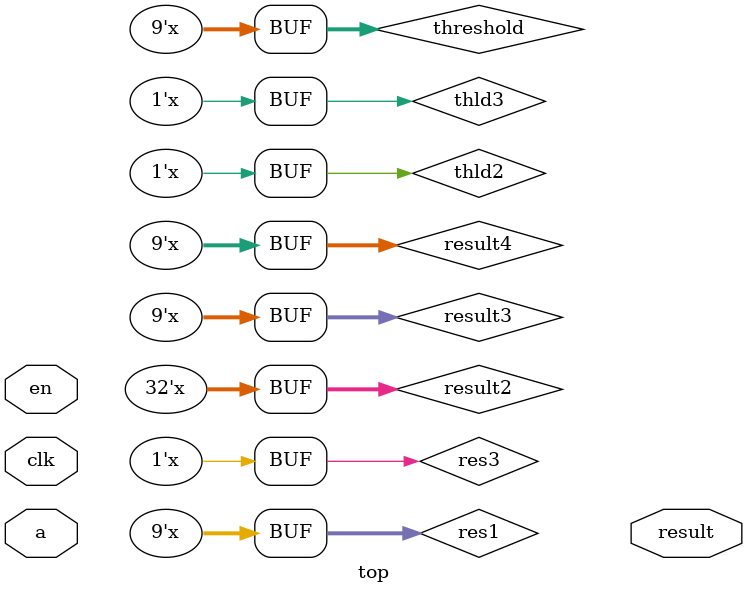
<source format=v>
`timescale 1ns / 1ps

module top
#(
	parameter s0 = 4'b0000, s1 = 4'b0001, s2 = 4'b0010, s3 = 4'b0011, s4 = 4'b0100,
    parameter s5 = 4'b0101, s6 = 4'b0110, s7 = 4'b0111, s8 = 4'b1000, s9 = 4'b1001,
    parameter s10 = 4'b1010, s11 = 4'b1011, s12 = 4'b1100, s13 = 4'b1101, s14 = 4'b1110,
	
	q = 64'd2014687024, //q = 31'b1111000000101011010111100110000
	mask = 8'd255,
	zero = 1'd0,
	one = 1'd1
)
( input clk,
  input en,
  input [64:0] a,
  output reg [3:0] result
);
    
    reg flag = 1;
    reg [3:0] present_state, next_state;
    wire clk_1s;
    
    reg [64:0] result1;
    reg [31:0] result2;
    reg [8:0]  result3;
    reg [8:0]  result4;
    reg [31:0] remainder;
    reg [8:0] thld1;
    reg thld2;
    reg thld3; 
    reg [8:0] threshold;
    reg [8:0] res1;
    reg [8:0] res2;
    reg res3;
    reg [8:0] res4;  
    
    reg [8:0] data[0:783];
    
    initial begin
        data[0] = 8'd0;
        data[1] = 8'd0;
        data[2] = 8'd0;
        data[3] = 8'd0;
        data[4] = 8'd0;
        data[5] = 8'd0;
        data[6] = 8'd0;
        data[7] = 8'd0;
        data[8] = 8'd0;
        data[9] = 8'd0;
        data[10] = 8'd0;
        data[11] = 8'd0;
        data[12] = 8'd0;
        data[13] = 8'd0;
        data[14] = 8'd0;
        data[15] = 8'd0;
        data[16] = 8'd0;
        data[17] = 8'd0;
        data[18] = 8'd0;
        data[19] = 8'd0;
        data[20] = 8'd0;
        data[21] = 8'd0;
        data[22] = 8'd0;
        data[23] = 8'd0;
        data[24] = 8'd0;
        data[25] = 8'd0;
        data[26] = 8'd0;
        data[27] = 8'd0;
        data[28] = 8'd0;
        data[29] = 8'd0;
        data[30] = 8'd0;
        data[31] = 8'd0;
        data[32] = 8'd0;
        data[33] = 8'd0;
        data[34] = 8'd0;
        data[35] = 8'd0;
        data[36] = 8'd0;
        data[37] = 8'd0;
        data[38] = 8'd0;
        data[39] = 8'd0;
        data[40] = 8'd0;
        data[41] = 8'd0;
        data[42] = 8'd0;
        data[43] = 8'd0;
        data[44] = 8'd0;
        data[45] = 8'd0;
        data[46] = 8'd0;
        data[47] = 8'd0;
        data[48] = 8'd0;
        data[49] = 8'd0;
        data[50] = 8'd0;
        data[51] = 8'd0;
        data[52] = 8'd0;
        data[53] = 8'd0;
        data[54] = 8'd0;
        data[55] = 8'd0;
        data[56] = 8'd0;
        data[57] = 8'd0;
        data[58] = 8'd0;
        data[59] = 8'd0;
        data[60] = 8'd0;
        data[61] = 8'd0;
        data[62] = 8'd0;
        data[63] = 8'd0;
        data[64] = 8'd0;
        data[65] = 8'd0;
        data[66] = 8'd0;
        data[67] = 8'd0;
        data[68] = 8'd0;
        data[69] = 8'd0;
        data[70] = 8'd0;
        data[71] = 8'd0;
        data[72] = 8'd0;
        data[73] = 8'd0;
        data[74] = 8'd0;
        data[75] = 8'd0;
        data[76] = 8'd0;
        data[77] = 8'd0;
        data[78] = 8'd0;
        data[79] = 8'd0;
        data[80] = 8'd0;
        data[81] = 8'd0;
        data[82] = 8'd0;
        data[83] = 8'd0;
        data[84] = 8'd0;
        data[85] = 8'd0;
        data[86] = 8'd0;
        data[87] = 8'd0;
        data[88] = 8'd0;
        data[89] = 8'd0;
        data[90] = 8'd0;
        data[91] = 8'd0;
        data[92] = 8'd0;
        data[93] = 8'd0;
        data[94] = 8'd0;
        data[95] = 8'd0;
        data[96] = 8'd0;
        data[97] = 8'd0;
        data[98] = 8'd0;
        data[99] = 8'd0;
        data[100] = 8'd0;
        data[101] = 8'd0;
        data[102] = 8'd0;
        data[103] = 8'd0;
        data[104] = 8'd0;
        data[105] = 8'd0;
        data[106] = 8'd0;
        data[107] = 8'd0;
        data[108] = 8'd0;
        data[109] = 8'd0;
        data[110] = 8'd0;
        data[111] = 8'd0;
        data[112] = 8'd0;
        data[113] = 8'd0;
        data[114] = 8'd0;
        data[115] = 8'd0;
        data[116] = 8'd0;
        data[117] = 8'd0;
        data[118] = 8'd0;
        data[119] = 8'd0;
        data[120] = 8'd0;
        data[121] = 8'd0;
        data[122] = 8'd0;
        data[123] = 8'd0;
        data[124] = 8'd0;
        data[125] = 8'd0;
        data[126] = 8'd0;
        data[127] = 8'd0;
        data[128] = 8'd0;
        data[129] = 8'd0;
        data[130] = 8'd0;
        data[131] = 8'd0;
        data[132] = 8'd0;
        data[133] = 8'd0;
        data[134] = 8'd0;
        data[135] = 8'd0;
        data[136] = 8'd0;
        data[137] = 8'd0;
        data[138] = 8'd0;
        data[139] = 8'd0;
        data[140] = 8'd0;
        data[141] = 8'd0;
        data[142] = 8'd0;
        data[143] = 8'd0;
        data[144] = 8'd0;
        data[145] = 8'd0;
        data[146] = 8'd0;
        data[147] = 8'd0;
        data[148] = 8'd0;
        data[149] = 8'd0;
        data[150] = 8'd0;
        data[151] = 8'd0;
        data[152] = 8'd3;
        data[153] = 8'd18;
        data[154] = 8'd18;
        data[155] = 8'd18;
        data[156] = 8'd126;
        data[157] = 8'd136;
        data[158] = 8'd175;
        data[159] = 8'd26;
        data[160] = 8'd166;
        data[161] = 8'd255;
        data[162] = 8'd247;
        data[163] = 8'd127;
        data[164] = 8'd0;
        data[165] = 8'd0;
        data[166] = 8'd0;
        data[167] = 8'd0;
        data[168] = 8'd0;
        data[169] = 8'd0;
        data[170] = 8'd0;
        data[171] = 8'd0;
        data[172] = 8'd0;
        data[173] = 8'd0;
        data[174] = 8'd0;
        data[175] = 8'd0;
        data[176] = 8'd30;
        data[177] = 8'd36;
        data[178] = 8'd94;
        data[179] = 8'd154;
        data[180] = 8'd170;
        data[181] = 8'd253;
        data[182] = 8'd253;
        data[183] = 8'd253;
        data[184] = 8'd253;
        data[185] = 8'd253;
        data[186] = 8'd225;
        data[187] = 8'd172;
        data[188] = 8'd253;
        data[189] = 8'd242;
        data[190] = 8'd195;
        data[191] = 8'd64;
        data[192] = 8'd0;
        data[193] = 8'd0;
        data[194] = 8'd0;
        data[195] = 8'd0;
        data[196] = 8'd0;
        data[197] = 8'd0;
        data[198] = 8'd0;
        data[199] = 8'd0;
        data[200] = 8'd0;
        data[201] = 8'd0;
        data[202] = 8'd0;
        data[203] = 8'd49;
        data[204] = 8'd238;
        data[205] = 8'd253;
        data[206] = 8'd253;
        data[207] = 8'd253;
        data[208] = 8'd253;
        data[209] = 8'd253;
        data[210] = 8'd253;
        data[211] = 8'd253;
        data[212] = 8'd253;
        data[213] = 8'd251;
        data[214] = 8'd93;
        data[215] = 8'd82;
        data[216] = 8'd82;
        data[217] = 8'd56;
        data[218] = 8'd39;
        data[219] = 8'd0;
        data[220] = 8'd0;
        data[221] = 8'd0;
        data[222] = 8'd0;
        data[223] = 8'd0;
        data[224] = 8'd0;
        data[225] = 8'd0;
        data[226] = 8'd0;
        data[227] = 8'd0;
        data[228] = 8'd0;
        data[229] = 8'd0;
        data[230] = 8'd0;
        data[231] = 8'd18;
        data[232] = 8'd219;
        data[233] = 8'd253;
        data[234] = 8'd253;
        data[235] = 8'd253;
        data[236] = 8'd253;
        data[237] = 8'd253;
        data[238] = 8'd198;
        data[239] = 8'd182;
        data[240] = 8'd247;
        data[241] = 8'd241;
        data[242] = 8'd0;
        data[243] = 8'd0;
        data[244] = 8'd0;
        data[245] = 8'd0;
        data[246] = 8'd0;
        data[247] = 8'd0;
        data[248] = 8'd0;
        data[249] = 8'd0;
        data[250] = 8'd0;
        data[251] = 8'd0;
        data[252] = 8'd0;
        data[253] = 8'd0;
        data[254] = 8'd0;
        data[255] = 8'd0;
        data[256] = 8'd0;
        data[257] = 8'd0;
        data[258] = 8'd0;
        data[259] = 8'd0;
        data[260] = 8'd80;
        data[261] = 8'd156;
        data[262] = 8'd107;
        data[263] = 8'd253;
        data[264] = 8'd253;
        data[265] = 8'd205;
        data[266] = 8'd11;
        data[267] = 8'd0;
        data[268] = 8'd43;
        data[269] = 8'd154;
        data[270] = 8'd0;
        data[271] = 8'd0;
        data[272] = 8'd0;
        data[273] = 8'd0;
        data[274] = 8'd0;
        data[275] = 8'd0;
        data[276] = 8'd0;
        data[277] = 8'd0;
        data[278] = 8'd0;
        data[279] = 8'd0;
        data[280] = 8'd0;
        data[281] = 8'd0;
        data[282] = 8'd0;
        data[283] = 8'd0;
        data[284] = 8'd0;
        data[285] = 8'd0;
        data[286] = 8'd0;
        data[287] = 8'd0;
        data[288] = 8'd0;
        data[289] = 8'd14;
        data[290] = 8'd1;
        data[291] = 8'd154;
        data[292] = 8'd253;
        data[293] = 8'd90;
        data[294] = 8'd0;
        data[295] = 8'd0;
        data[296] = 8'd0;
        data[297] = 8'd0;
        data[298] = 8'd0;
        data[299] = 8'd0;
        data[300] = 8'd0;
        data[301] = 8'd0;
        data[302] = 8'd0;
        data[303] = 8'd0;
        data[304] = 8'd0;
        data[305] = 8'd0;
        data[306] = 8'd0;
        data[307] = 8'd0;
        data[308] = 8'd0;
        data[309] = 8'd0;
        data[310] = 8'd0;
        data[311] = 8'd0;
        data[312] = 8'd0;
        data[313] = 8'd0;
        data[314] = 8'd0;
        data[315] = 8'd0;
        data[316] = 8'd0;
        data[317] = 8'd0;
        data[318] = 8'd0;
        data[319] = 8'd139;
        data[320] = 8'd253;
        data[321] = 8'd190;
        data[322] = 8'd2;
        data[323] = 8'd0;
        data[324] = 8'd0;
        data[325] = 8'd0;
        data[326] = 8'd0;
        data[327] = 8'd0;
        data[328] = 8'd0;
        data[329] = 8'd0;
        data[330] = 8'd0;
        data[331] = 8'd0;
        data[332] = 8'd0;
        data[333] = 8'd0;
        data[334] = 8'd0;
        data[335] = 8'd0;
        data[336] = 8'd0;
        data[337] = 8'd0;
        data[338] = 8'd0;
        data[339] = 8'd0;
        data[340] = 8'd0;
        data[341] = 8'd0;
        data[342] = 8'd0;
        data[343] = 8'd0;
        data[344] = 8'd0;
        data[345] = 8'd0;
        data[346] = 8'd0;
        data[347] = 8'd11;
        data[348] = 8'd190;
        data[349] = 8'd253;
        data[350] = 8'd70;
        data[351] = 8'd0;
        data[352] = 8'd0;
        data[353] = 8'd0;
        data[354] = 8'd0;
        data[355] = 8'd0;
        data[356] = 8'd0;
        data[357] = 8'd0;
        data[358] = 8'd0;
        data[359] = 8'd0;
        data[360] = 8'd0;
        data[361] = 8'd0;
        data[362] = 8'd0;
        data[363] = 8'd0;
        data[364] = 8'd0;
        data[365] = 8'd0;
        data[366] = 8'd0;
        data[367] = 8'd0;
        data[368] = 8'd0;
        data[369] = 8'd0;
        data[370] = 8'd0;
        data[371] = 8'd0;
        data[372] = 8'd0;
        data[373] = 8'd0;
        data[374] = 8'd0;
        data[375] = 8'd0;
        data[376] = 8'd35;
        data[377] = 8'd241;
        data[378] = 8'd225;
        data[379] = 8'd160;
        data[380] = 8'd108;
        data[381] = 8'd1;
        data[382] = 8'd0;
        data[383] = 8'd0;
        data[384] = 8'd0;
        data[385] = 8'd0;
        data[386] = 8'd0;
        data[387] = 8'd0;
        data[388] = 8'd0;
        data[389] = 8'd0;
        data[390] = 8'd0;
        data[391] = 8'd0;
        data[392] = 8'd0;
        data[393] = 8'd0;
        data[394] = 8'd0;
        data[395] = 8'd0;
        data[396] = 8'd0;
        data[397] = 8'd0;
        data[398] = 8'd0;
        data[399] = 8'd0;
        data[400] = 8'd0;
        data[401] = 8'd0;
        data[402] = 8'd0;
        data[403] = 8'd0;
        data[404] = 8'd0;
        data[405] = 8'd81;
        data[406] = 8'd240;
        data[407] = 8'd253;
        data[408] = 8'd253;
        data[409] = 8'd119;
        data[410] = 8'd25;
        data[411] = 8'd0;
        data[412] = 8'd0;
        data[413] = 8'd0;
        data[414] = 8'd0;
        data[415] = 8'd0;
        data[416] = 8'd0;
        data[417] = 8'd0;
        data[418] = 8'd0;
        data[419] = 8'd0;
        data[420] = 8'd0;
        data[421] = 8'd0;
        data[422] = 8'd0;
        data[423] = 8'd0;
        data[424] = 8'd0;
        data[425] = 8'd0;
        data[426] = 8'd0;
        data[427] = 8'd0;
        data[428] = 8'd0;
        data[429] = 8'd0;
        data[430] = 8'd0;
        data[431] = 8'd0;
        data[432] = 8'd0;
        data[433] = 8'd0;
        data[434] = 8'd45;
        data[435] = 8'd186;
        data[436] = 8'd253;
        data[437] = 8'd253;
        data[438] = 8'd150;
        data[439] = 8'd27;
        data[440] = 8'd0;
        data[441] = 8'd0;
        data[442] = 8'd0;
        data[443] = 8'd0;
        data[444] = 8'd0;
        data[445] = 8'd0;
        data[446] = 8'd0;
        data[447] = 8'd0;
        data[448] = 8'd0;
        data[449] = 8'd0;
        data[450] = 8'd0;
        data[451] = 8'd0;
        data[452] = 8'd0;
        data[453] = 8'd0;
        data[454] = 8'd0;
        data[455] = 8'd0;
        data[456] = 8'd0;
        data[457] = 8'd0;
        data[458] = 8'd0;
        data[459] = 8'd0;
        data[460] = 8'd0;
        data[461] = 8'd0;
        data[462] = 8'd0;
        data[463] = 8'd16;
        data[464] = 8'd93;
        data[465] = 8'd252;
        data[466] = 8'd253;
        data[467] = 8'd187;
        data[468] = 8'd0;
        data[469] = 8'd0;
        data[470] = 8'd0;
        data[471] = 8'd0;
        data[472] = 8'd0;
        data[473] = 8'd0;
        data[474] = 8'd0;
        data[475] = 8'd0;
        data[476] = 8'd0;
        data[477] = 8'd0;
        data[478] = 8'd0;
        data[479] = 8'd0;
        data[480] = 8'd0;
        data[481] = 8'd0;
        data[482] = 8'd0;
        data[483] = 8'd0;
        data[484] = 8'd0;
        data[485] = 8'd0;
        data[486] = 8'd0;
        data[487] = 8'd0;
        data[488] = 8'd0;
        data[489] = 8'd0;
        data[490] = 8'd0;
        data[491] = 8'd0;
        data[492] = 8'd0;
        data[493] = 8'd249;
        data[494] = 8'd253;
        data[495] = 8'd249;
        data[496] = 8'd64;
        data[497] = 8'd0;
        data[498] = 8'd0;
        data[499] = 8'd0;
        data[500] = 8'd0;
        data[501] = 8'd0;
        data[502] = 8'd0;
        data[503] = 8'd0;
        data[504] = 8'd0;
        data[505] = 8'd0;
        data[506] = 8'd0;
        data[507] = 8'd0;
        data[508] = 8'd0;
        data[509] = 8'd0;
        data[510] = 8'd0;
        data[511] = 8'd0;
        data[512] = 8'd0;
        data[513] = 8'd0;
        data[514] = 8'd0;
        data[515] = 8'd0;
        data[516] = 8'd0;
        data[517] = 8'd0;
        data[518] = 8'd46;
        data[519] = 8'd130;
        data[520] = 8'd183;
        data[521] = 8'd253;
        data[522] = 8'd253;
        data[523] = 8'd207;
        data[524] = 8'd2;
        data[525] = 8'd0;
        data[526] = 8'd0;
        data[527] = 8'd0;
        data[528] = 8'd0;
        data[529] = 8'd0;
        data[530] = 8'd0;
        data[531] = 8'd0;
        data[532] = 8'd0;
        data[533] = 8'd0;
        data[534] = 8'd0;
        data[535] = 8'd0;
        data[536] = 8'd0;
        data[537] = 8'd0;
        data[538] = 8'd0;
        data[539] = 8'd0;
        data[540] = 8'd0;
        data[541] = 8'd0;
        data[542] = 8'd0;
        data[543] = 8'd0;
        data[544] = 8'd39;
        data[545] = 8'd148;
        data[546] = 8'd229;
        data[547] = 8'd253;
        data[548] = 8'd253;
        data[549] = 8'd253;
        data[550] = 8'd250;
        data[551] = 8'd182;
        data[552] = 8'd0;
        data[553] = 8'd0;
        data[554] = 8'd0;
        data[555] = 8'd0;
        data[556] = 8'd0;
        data[557] = 8'd0;
        data[558] = 8'd0;
        data[559] = 8'd0;
        data[560] = 8'd0;
        data[561] = 8'd0;
        data[562] = 8'd0;
        data[563] = 8'd0;
        data[564] = 8'd0;
        data[565] = 8'd0;
        data[566] = 8'd0;
        data[567] = 8'd0;
        data[568] = 8'd0;
        data[569] = 8'd0;
        data[570] = 8'd24;
        data[571] = 8'd114;
        data[572] = 8'd221;
        data[573] = 8'd253;
        data[574] = 8'd253;
        data[575] = 8'd253;
        data[576] = 8'd253;
        data[577] = 8'd201;
        data[578] = 8'd78;
        data[579] = 8'd0;
        data[580] = 8'd0;
        data[581] = 8'd0;
        data[582] = 8'd0;
        data[583] = 8'd0;
        data[584] = 8'd0;
        data[585] = 8'd0;
        data[586] = 8'd0;
        data[587] = 8'd0;
        data[588] = 8'd0;
        data[589] = 8'd0;
        data[590] = 8'd0;
        data[591] = 8'd0;
        data[592] = 8'd0;
        data[593] = 8'd0;
        data[594] = 8'd0;
        data[595] = 8'd0;
        data[596] = 8'd23;
        data[597] = 8'd66;
        data[598] = 8'd213;
        data[599] = 8'd253;
        data[600] = 8'd253;
        data[601] = 8'd253;
        data[602] = 8'd253;
        data[603] = 8'd198;
        data[604] = 8'd81;
        data[605] = 8'd2;
        data[606] = 8'd0;
        data[607] = 8'd0;
        data[608] = 8'd0;
        data[609] = 8'd0;
        data[610] = 8'd0;
        data[611] = 8'd0;
        data[612] = 8'd0;
        data[613] = 8'd0;
        data[614] = 8'd0;
        data[615] = 8'd0;
        data[616] = 8'd0;
        data[617] = 8'd0;
        data[618] = 8'd0;
        data[619] = 8'd0;
        data[620] = 8'd0;
        data[621] = 8'd0;
        data[622] = 8'd18;
        data[623] = 8'd171;
        data[624] = 8'd219;
        data[625] = 8'd253;
        data[626] = 8'd253;
        data[627] = 8'd253;
        data[628] = 8'd253;
        data[629] = 8'd195;
        data[630] = 8'd80;
        data[631] = 8'd9;
        data[632] = 8'd0;
        data[633] = 8'd0;
        data[634] = 8'd0;
        data[635] = 8'd0;
        data[636] = 8'd0;
        data[637] = 8'd0;
        data[638] = 8'd0;
        data[639] = 8'd0;
        data[640] = 8'd0;
        data[641] = 8'd0;
        data[642] = 8'd0;
    data[643] = 8'd0;
    data[644] = 8'd0;
    data[645] = 8'd0;
    data[646] = 8'd0;
    data[647] = 8'd0;
    data[648] = 8'd55;
    data[649] = 8'd172;
    data[650] = 8'd226;
    data[651] = 8'd253;
    data[652] = 8'd253;
    data[653] = 8'd253;
    data[654] = 8'd253;
    data[655] = 8'd244;
    data[656] = 8'd133;
    data[657] = 8'd11;
    data[658] = 8'd0;
    data[659] = 8'd0;
    data[660] = 8'd0;
    data[661] = 8'd0;
    data[662] = 8'd0;
    data[663] = 8'd0;
    data[664] = 8'd0;
    data[665] = 8'd0;
    data[666] = 8'd0;
    data[667] = 8'd0;
    data[668] = 8'd0;
    data[669] = 8'd0;
    data[670] = 8'd0;
    data[671] = 8'd0;
    data[672] = 8'd0;
    data[673] = 8'd0;
    data[674] = 8'd0;
    data[675] = 8'd0;
    data[676] = 8'd136;
    data[677] = 8'd253;
    data[678] = 8'd253;
    data[679] = 8'd253;
    data[680] = 8'd212;
    data[681] = 8'd135;
    data[682] = 8'd132;
    data[683] = 8'd16;
    data[684] = 8'd0;
    data[685] = 8'd0;
    data[686] = 8'd0;
    data[687] = 8'd0;
    data[688] = 8'd0;
    data[689] = 8'd0;
    data[690] = 8'd0;
    data[691] = 8'd0;
    data[692] = 8'd0;
    data[693] = 8'd0;
    data[694] = 8'd0;
    data[695] = 8'd0;
    data[696] = 8'd0;
    data[697] = 8'd0;
    data[698] = 8'd0;
    data[699] = 8'd0;
    data[700] = 8'd0;
    data[701] = 8'd0;
    data[702] = 8'd0;
    data[703] = 8'd0;
    data[704] = 8'd0;
    data[705] = 8'd0;
    data[706] = 8'd0;
    data[707] = 8'd0;
    data[708] = 8'd0;
    data[709] = 8'd0;
    data[710] = 8'd0;
    data[711] = 8'd0;
    data[712] = 8'd0;
    data[713] = 8'd0;
    data[714] = 8'd0;
    data[715] = 8'd0;
    data[716] = 8'd0;
    data[717] = 8'd0;
    data[718] = 8'd0;
    data[719] = 8'd0;
    data[720] = 8'd0;
    data[721] = 8'd0;
    data[722] = 8'd0;
    data[723] = 8'd0;
    data[724] = 8'd0;
    data[725] = 8'd0;
    data[726] = 8'd0;
    data[727] = 8'd0;
    data[728] = 8'd0;
    data[729] = 8'd0;
    data[730] = 8'd0;
    data[731] = 8'd0;
    data[732] = 8'd0;
    data[733] = 8'd0;
    data[734] = 8'd0;
    data[735] = 8'd0;
    data[736] = 8'd0;
    data[737] = 8'd0;
    data[738] = 8'd0;
    data[739] = 8'd0;
    data[740] = 8'd0;
    data[741] = 8'd0;
    data[742] = 8'd0;
    data[743] = 8'd0;
    data[744] = 8'd0;
    data[745] = 8'd0;
    data[746] = 8'd0;
    data[747] = 8'd0;
    data[748] = 8'd0;
    data[749] = 8'd0;
    data[750] = 8'd0;
    data[751] = 8'd0;
    data[752] = 8'd0;
    data[753] = 8'd0;
    data[754] = 8'd0;
    data[755] = 8'd0;
    data[756] = 8'd0;
    data[757] = 8'd0;
    data[758] = 8'd0;
    data[759] = 8'd0;
    data[760] = 8'd0;
    data[761] = 8'd0;
    data[762] = 8'd0;
    data[763] = 8'd0;
    data[764] = 8'd0;
    data[765] = 8'd0;
    data[766] = 8'd0;
    data[767] = 8'd0;
    data[768] = 8'd0;
    data[769] = 8'd0;
    data[770] = 8'd0;
    data[771] = 8'd0;
    data[772] = 8'd0;
    data[773] = 8'd0;
    data[774] = 8'd0;
    data[775] = 8'd0;
    data[776] = 8'd0;
    data[777] = 8'd0;
    data[778] = 8'd0;
    data[779] = 8'd0;
    data[780] = 8'd0;
    data[781] = 8'd0;
    data[782] = 8'd0;
    data[783] = 8'd0;          
    end
    
//    clock_divider clock_1s(

//        .clk(clk),
//        .divided_clk(clk_1s)
//    );
    always @(posedge clk) //Present estate 
    begin
        if(en && flag == 1)
        //if(en)
        begin
            present_state <= s0;
            flag = 0;    
        end
        else
        begin
            present_state <= next_state;
        end
        if(en == 0)
        //if(en)
        begin
            flag = 1;    
        end    
    end    

    always @(*)
    begin
        case(present_state)
            s0:
                next_state <= s1;
            s1:
                next_state <= s2;
            s2:
                next_state <= s3;
            s3:
                next_state <= s4;
            s4:
                next_state <= s5;
            s5:
                next_state <= s6;
            s6:
                next_state <= s7;
            s7:
                next_state <= s8;  
            s8:
                next_state <= s9;
            s9:
                next_state <= s10;
            s10:
                next_state <= s11;                                                                                         
        endcase                
    end
    //===================    
    // Output logic
    //===================     
    always @ (*) begin
      case (present_state)
        s0:
          result1 <= a*q;
        s1:
          result2 <= result1 >>> 31;
        s2:
          remainder <= result2 & mask;
        s3:
          result3 <= result2 >>> 8;          
        s4:
          thld1 <= mask >>> 1;//ShiftRight(mask, 1)            
        s5:
          thld2 <= ($signed(result3) < $signed(zero)); //MaskIfLessThan(x, zero)
        s6:
          thld3 <= thld2 & 1; //BitAnd(MaskIfLessThan(x, zero), one))
        s7:
          threshold <= thld1 + thld2; //Add(ShiftRight(mask, 1), BitAnd(MaskIfLessThan(x, zero), one));
        s8:
          res1 <= result2 >>> 8; //ShiftRight(x, exponent)
        s9:
          if($signed(remainder) > $signed(threshold))
          begin
            res2 <= -1'd1;
          end
          else begin
            res2 <= -1'd0;
          end   
          //res2 <= ($signed(remainder) > $signed(threshold)); //MaskIfGreaterThan(remainder, threshold)
        s10:
          res3 <= res2 & one; //BitAnd( MaskIfGreaterThan(remainder, threshold), one ) 
        s11:
          result4 <= res1 + res3; //Add( ShiftRight(x, exponent),BitAnd( MaskIfGreaterThan(remainder, threshold), one ) );                   
      endcase 
    end 







endmodule


</source>
